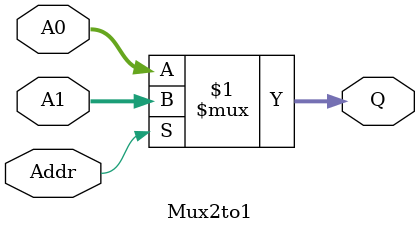
<source format=v>
module Mux2to1 (
	input [4:0] A0,
	input [4:0] A1,
	input Addr,
	output [4:0] Q 
);

	assign Q = Addr ? A1 : A0;

endmodule 
</source>
